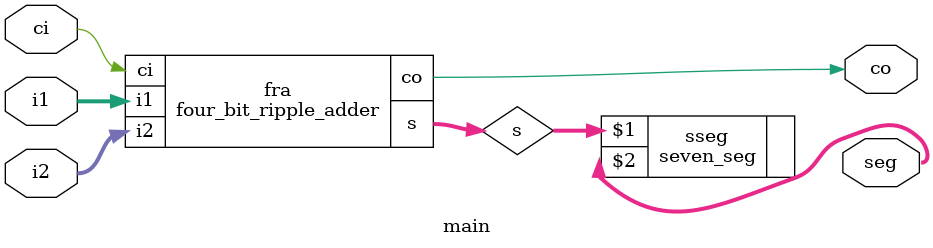
<source format=v>
module half_adder(input i1, i2, output s, co);
	assign s = i1 ^ i2;
	assign co = i1 & i2;
endmodule

module full_adder(input i1, i2, ci, output s, co);
	wire [1:0] c;
	wire s1;
	half_adder ha1(i1, i2, s1, c[0]);
	half_adder ha2(ci, s1, s, c[1]);
	assign co = c[0] | c[1];
endmodule

module four_bit_ripple_adder(input [3:0] i1, i2, input ci, output [3:0] s, output co);
	wire [2:0] c;
	full_adder fa1(i1[0], i2[0], ci, s[0], c[0]);
	full_adder fa2(i1[1], i2[1], c[0], s[1], c[1]);
	full_adder fa3(i1[2], i2[2], c[1], s[2], c[2]);
	full_adder fa4(i1[3], i2[3], c[2], s[3], co);
endmodule

module main(input [3:0] i1, i2, input ci, output [6:0] seg, output co);
	wire [3:0] s;
	four_bit_ripple_adder fra(i1, i2, ci, s, co);
	seven_seg sseg(s, seg);
endmodule

</source>
